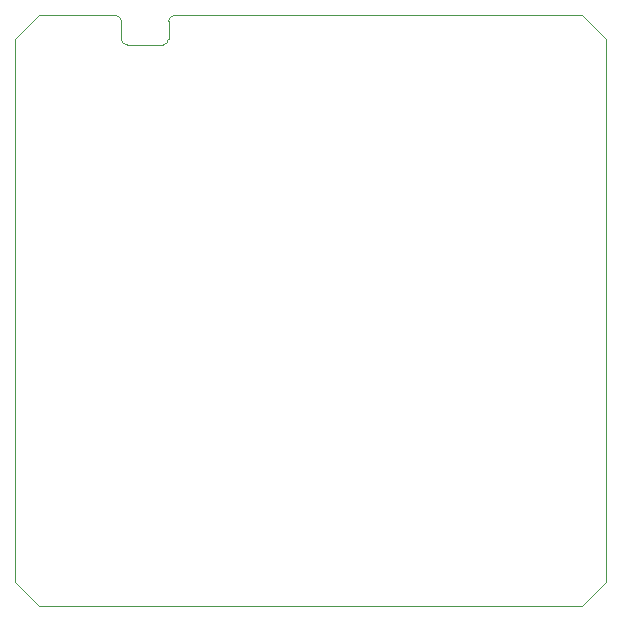
<source format=gbr>
%TF.GenerationSoftware,KiCad,Pcbnew,7.0.5-0*%
%TF.CreationDate,2023-07-13T17:44:08+01:00*%
%TF.ProjectId,M5-Notecard,4d352d4e-6f74-4656-9361-72642e6b6963,V01L04*%
%TF.SameCoordinates,Original*%
%TF.FileFunction,Profile,NP*%
%FSLAX46Y46*%
G04 Gerber Fmt 4.6, Leading zero omitted, Abs format (unit mm)*
G04 Created by KiCad (PCBNEW 7.0.5-0) date 2023-07-13 17:44:08*
%MOMM*%
%LPD*%
G01*
G04 APERTURE LIST*
%TA.AperFunction,Profile*%
%ADD10C,0.050000*%
%TD*%
G04 APERTURE END LIST*
D10*
X-49707888Y0D02*
X-56207888Y0D01*
X-58207888Y-48000000D02*
X-58207888Y-2000000D01*
X-8207888Y-48000000D02*
X-8207888Y-2000000D01*
X-44707888Y0D02*
G75*
G03*
X-45207888Y-500000I0J-500000D01*
G01*
X-45707888Y-2500000D02*
G75*
G03*
X-45207888Y-2000000I0J500000D01*
G01*
X-45207888Y-2000000D02*
X-45207888Y-500000D01*
X-56207888Y-50000000D02*
X-10207888Y-50000000D01*
X-49207888Y-2000000D02*
G75*
G03*
X-48707888Y-2500000I500000J0D01*
G01*
X-49207888Y-500000D02*
X-49207888Y-2000000D01*
X-49207888Y-500000D02*
G75*
G03*
X-49707888Y0I-500000J0D01*
G01*
X-10207888Y0D02*
X-44707888Y0D01*
X-56207888Y0D02*
X-58207888Y-2000000D01*
X-58207888Y-48000000D02*
X-56207888Y-50000000D01*
X-48707888Y-2500000D02*
X-45707888Y-2500000D01*
X-8207888Y-2000000D02*
X-10207888Y0D01*
X-10207888Y-50000000D02*
X-8207888Y-48000000D01*
M02*

</source>
